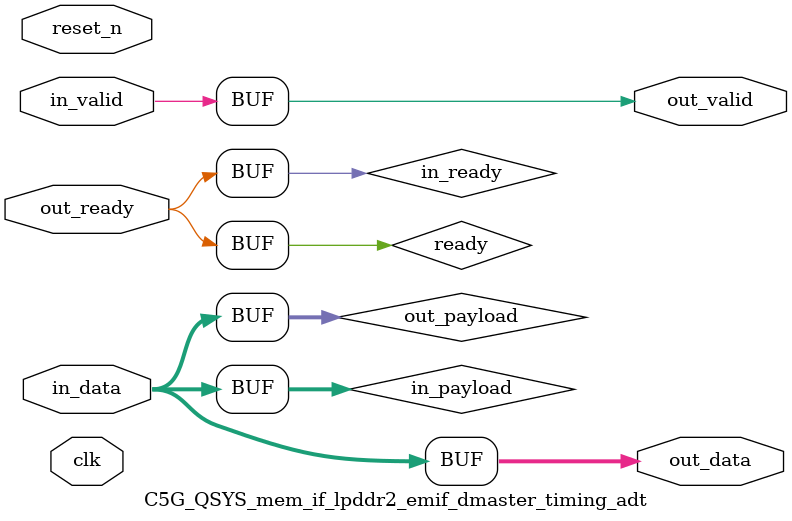
<source format=v>

`timescale 1ns / 100ps
module C5G_QSYS_mem_if_lpddr2_emif_dmaster_timing_adt (
    
      // Interface: clk
      input              clk,
      // Interface: reset
      input              reset_n,
      // Interface: in
      input              in_valid,
      input      [ 7: 0] in_data,
      // Interface: out
      output reg         out_valid,
      output reg [ 7: 0] out_data,
      input              out_ready
);




   // ---------------------------------------------------------------------
   //| Signal Declarations
   // ---------------------------------------------------------------------

   reg  [ 7: 0] in_payload;
   reg  [ 7: 0] out_payload;
   reg  [ 0: 0] ready;
   reg          in_ready;
   // synthesis translate_off
   always @(negedge in_ready) begin
      $display("%m: The downstream component is backpressuring by deasserting ready, but the upstream component can't be backpressured.");
   end
   // synthesis translate_on   


   // ---------------------------------------------------------------------
   //| Payload Mapping
   // ---------------------------------------------------------------------
   always @* begin
     in_payload = {in_data};
     {out_data} = out_payload;
   end

   // ---------------------------------------------------------------------
   //| Ready & valid signals.
   // ---------------------------------------------------------------------
   always @* begin
     ready[0] = out_ready;
     out_valid = in_valid;
     out_payload = in_payload;
     in_ready = ready[0];
   end




endmodule


</source>
